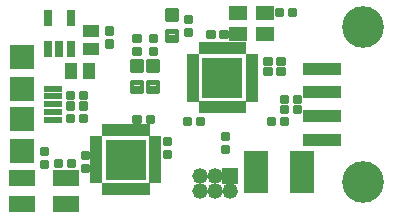
<source format=gts>
G75*
G70*
%OFA0B0*%
%FSLAX24Y24*%
%IPPOS*%
%LPD*%
%AMOC8*
5,1,8,0,0,1.08239X$1,22.5*
%
%ADD10R,0.0395X0.0552*%
%ADD11C,0.0174*%
%ADD12R,0.0552X0.0395*%
%ADD13R,0.0828X0.1419*%
%ADD14R,0.0631X0.0218*%
%ADD15R,0.0828X0.0789*%
%ADD16R,0.0828X0.0828*%
%ADD17C,0.1390*%
%ADD18R,0.1261X0.0434*%
%ADD19C,0.0520*%
%ADD20R,0.0520X0.0520*%
%ADD21C,0.0142*%
%ADD22R,0.0395X0.0192*%
%ADD23R,0.0192X0.0395*%
%ADD24R,0.1320X0.1320*%
%ADD25R,0.0867X0.0552*%
%ADD26R,0.0592X0.0513*%
%ADD27R,0.0297X0.0552*%
D10*
X003355Y006000D03*
X003945Y006000D03*
D11*
X003838Y005269D02*
X003696Y005269D01*
X003838Y005269D02*
X003838Y005127D01*
X003696Y005127D01*
X003696Y005269D01*
X003404Y005269D02*
X003262Y005269D01*
X003404Y005269D02*
X003404Y005127D01*
X003262Y005127D01*
X003262Y005269D01*
X003262Y004929D02*
X003404Y004929D01*
X003404Y004787D01*
X003262Y004787D01*
X003262Y004929D01*
X003696Y004929D02*
X003838Y004929D01*
X003838Y004787D01*
X003696Y004787D01*
X003696Y004929D01*
X003696Y004521D02*
X003838Y004521D01*
X003838Y004379D01*
X003696Y004379D01*
X003696Y004521D01*
X003404Y004521D02*
X003262Y004521D01*
X003404Y004521D02*
X003404Y004379D01*
X003262Y004379D01*
X003262Y004521D01*
X002541Y003398D02*
X002541Y003256D01*
X002399Y003256D01*
X002399Y003398D01*
X002541Y003398D01*
X002541Y002964D02*
X002541Y002822D01*
X002399Y002822D01*
X002399Y002964D01*
X002541Y002964D01*
X002862Y002859D02*
X003004Y002859D01*
X002862Y002859D02*
X002862Y003001D01*
X003004Y003001D01*
X003004Y002859D01*
X003296Y002859D02*
X003438Y002859D01*
X003296Y002859D02*
X003296Y003001D01*
X003438Y003001D01*
X003438Y002859D01*
X003749Y002844D02*
X003749Y002702D01*
X003749Y002844D02*
X003891Y002844D01*
X003891Y002702D01*
X003749Y002702D01*
X003749Y003136D02*
X003749Y003278D01*
X003891Y003278D01*
X003891Y003136D01*
X003749Y003136D01*
X005477Y004339D02*
X005619Y004339D01*
X005477Y004339D02*
X005477Y004481D01*
X005619Y004481D01*
X005619Y004339D01*
X005911Y004339D02*
X006053Y004339D01*
X005911Y004339D02*
X005911Y004481D01*
X006053Y004481D01*
X006053Y004339D01*
X007152Y004421D02*
X007294Y004421D01*
X007294Y004279D01*
X007152Y004279D01*
X007152Y004421D01*
X007586Y004421D02*
X007728Y004421D01*
X007728Y004279D01*
X007586Y004279D01*
X007586Y004421D01*
X008429Y003913D02*
X008429Y003771D01*
X008429Y003913D02*
X008571Y003913D01*
X008571Y003771D01*
X008429Y003771D01*
X008429Y003479D02*
X008429Y003337D01*
X008429Y003479D02*
X008571Y003479D01*
X008571Y003337D01*
X008429Y003337D01*
X009962Y004279D02*
X010104Y004279D01*
X009962Y004279D02*
X009962Y004421D01*
X010104Y004421D01*
X010104Y004279D01*
X010396Y004279D02*
X010538Y004279D01*
X010396Y004279D02*
X010396Y004421D01*
X010538Y004421D01*
X010538Y004279D01*
X010529Y004659D02*
X010387Y004659D01*
X010387Y004801D01*
X010529Y004801D01*
X010529Y004659D01*
X010821Y004659D02*
X010963Y004659D01*
X010821Y004659D02*
X010821Y004801D01*
X010963Y004801D01*
X010963Y004659D01*
X010963Y004999D02*
X010821Y004999D01*
X010821Y005141D01*
X010963Y005141D01*
X010963Y004999D01*
X010529Y004999D02*
X010387Y004999D01*
X010387Y005141D01*
X010529Y005141D01*
X010529Y004999D01*
X010418Y005939D02*
X010276Y005939D01*
X010276Y006081D01*
X010418Y006081D01*
X010418Y005939D01*
X009984Y005939D02*
X009842Y005939D01*
X009842Y006081D01*
X009984Y006081D01*
X009984Y005939D01*
X009984Y006259D02*
X009842Y006259D01*
X009842Y006401D01*
X009984Y006401D01*
X009984Y006259D01*
X010276Y006259D02*
X010418Y006259D01*
X010276Y006259D02*
X010276Y006401D01*
X010418Y006401D01*
X010418Y006259D01*
X008518Y007316D02*
X008376Y007316D01*
X008518Y007316D02*
X008518Y007174D01*
X008376Y007174D01*
X008376Y007316D01*
X008084Y007316D02*
X007942Y007316D01*
X008084Y007316D02*
X008084Y007174D01*
X007942Y007174D01*
X007942Y007316D01*
X007321Y007379D02*
X007321Y007237D01*
X007179Y007237D01*
X007179Y007379D01*
X007321Y007379D01*
X007321Y007671D02*
X007321Y007813D01*
X007321Y007671D02*
X007179Y007671D01*
X007179Y007813D01*
X007321Y007813D01*
X006024Y007188D02*
X006024Y007046D01*
X006024Y007188D02*
X006166Y007188D01*
X006166Y007046D01*
X006024Y007046D01*
X005474Y007046D02*
X005474Y007188D01*
X005616Y007188D01*
X005616Y007046D01*
X005474Y007046D01*
X005474Y006754D02*
X005474Y006612D01*
X005474Y006754D02*
X005616Y006754D01*
X005616Y006612D01*
X005474Y006612D01*
X006024Y006612D02*
X006024Y006754D01*
X006166Y006754D01*
X006166Y006612D01*
X006024Y006612D01*
X004549Y006852D02*
X004549Y006994D01*
X004691Y006994D01*
X004691Y006852D01*
X004549Y006852D01*
X004549Y007286D02*
X004549Y007428D01*
X004691Y007428D01*
X004691Y007286D01*
X004549Y007286D01*
X010232Y007889D02*
X010374Y007889D01*
X010232Y007889D02*
X010232Y008031D01*
X010374Y008031D01*
X010374Y007889D01*
X010666Y007889D02*
X010808Y007889D01*
X010666Y007889D02*
X010666Y008031D01*
X010808Y008031D01*
X010808Y007889D01*
X006479Y003748D02*
X006479Y003606D01*
X006479Y003748D02*
X006621Y003748D01*
X006621Y003606D01*
X006479Y003606D01*
X006479Y003314D02*
X006479Y003172D01*
X006479Y003314D02*
X006621Y003314D01*
X006621Y003172D01*
X006479Y003172D01*
D12*
X004040Y006755D03*
X004040Y007345D03*
D13*
X009532Y002650D03*
X011068Y002650D03*
D14*
X002763Y004388D03*
X002763Y004644D03*
X002763Y004900D03*
X002763Y005156D03*
X002763Y005412D03*
D15*
X001720Y006475D03*
X001720Y003325D03*
D16*
X001720Y004400D03*
X001720Y005400D03*
D17*
X013090Y007485D03*
X013090Y002315D03*
D18*
X011732Y003719D03*
X011732Y004506D03*
X011732Y005294D03*
X011732Y006081D03*
D19*
X008150Y002520D03*
X007650Y002520D03*
X007650Y002020D03*
X008150Y002020D03*
X008650Y002020D03*
D20*
X008650Y002520D03*
D21*
X006261Y005646D02*
X005929Y005646D01*
X006261Y005646D02*
X006261Y005314D01*
X005929Y005314D01*
X005929Y005646D01*
X005929Y005455D02*
X006261Y005455D01*
X006261Y005596D02*
X005929Y005596D01*
X005711Y005646D02*
X005379Y005646D01*
X005711Y005646D02*
X005711Y005314D01*
X005379Y005314D01*
X005379Y005646D01*
X005379Y005455D02*
X005711Y005455D01*
X005711Y005596D02*
X005379Y005596D01*
X005379Y006336D02*
X005711Y006336D01*
X005711Y006004D01*
X005379Y006004D01*
X005379Y006336D01*
X005379Y006145D02*
X005711Y006145D01*
X005711Y006286D02*
X005379Y006286D01*
X005929Y006336D02*
X006261Y006336D01*
X006261Y006004D01*
X005929Y006004D01*
X005929Y006336D01*
X005929Y006145D02*
X006261Y006145D01*
X006261Y006286D02*
X005929Y006286D01*
X006559Y007014D02*
X006891Y007014D01*
X006559Y007014D02*
X006559Y007346D01*
X006891Y007346D01*
X006891Y007014D01*
X006891Y007155D02*
X006559Y007155D01*
X006559Y007296D02*
X006891Y007296D01*
X006891Y007704D02*
X006559Y007704D01*
X006559Y008036D01*
X006891Y008036D01*
X006891Y007704D01*
X006891Y007845D02*
X006559Y007845D01*
X006559Y007986D02*
X006891Y007986D01*
D22*
X007416Y006464D03*
X007416Y006267D03*
X007416Y006070D03*
X007416Y005873D03*
X007416Y005677D03*
X007416Y005480D03*
X007416Y005283D03*
X007416Y005086D03*
X009384Y005086D03*
X009384Y005283D03*
X009384Y005480D03*
X009384Y005677D03*
X009384Y005873D03*
X009384Y006070D03*
X009384Y006267D03*
X009384Y006464D03*
X006174Y003739D03*
X006174Y003542D03*
X006174Y003345D03*
X006174Y003148D03*
X006174Y002952D03*
X006174Y002755D03*
X006174Y002558D03*
X006174Y002361D03*
X004206Y002361D03*
X004206Y002558D03*
X004206Y002755D03*
X004206Y002952D03*
X004206Y003148D03*
X004206Y003345D03*
X004206Y003542D03*
X004206Y003739D03*
D23*
X004501Y004034D03*
X004698Y004034D03*
X004895Y004034D03*
X005092Y004034D03*
X005288Y004034D03*
X005485Y004034D03*
X005682Y004034D03*
X005879Y004034D03*
X007711Y004791D03*
X007908Y004791D03*
X008105Y004791D03*
X008302Y004791D03*
X008498Y004791D03*
X008695Y004791D03*
X008892Y004791D03*
X009089Y004791D03*
X009089Y006759D03*
X008892Y006759D03*
X008695Y006759D03*
X008498Y006759D03*
X008302Y006759D03*
X008105Y006759D03*
X007908Y006759D03*
X007711Y006759D03*
X005879Y002066D03*
X005682Y002066D03*
X005485Y002066D03*
X005288Y002066D03*
X005092Y002066D03*
X004895Y002066D03*
X004698Y002066D03*
X004501Y002066D03*
D24*
X005190Y003050D03*
X008400Y005775D03*
D25*
X001742Y001587D03*
X003198Y001587D03*
X003198Y002453D03*
X001742Y002453D03*
D26*
X008922Y007241D03*
X009828Y007241D03*
X009828Y007949D03*
X008922Y007949D03*
D27*
X003344Y007762D03*
X002596Y007762D03*
X002596Y006738D03*
X002970Y006738D03*
X003344Y006738D03*
M02*

</source>
